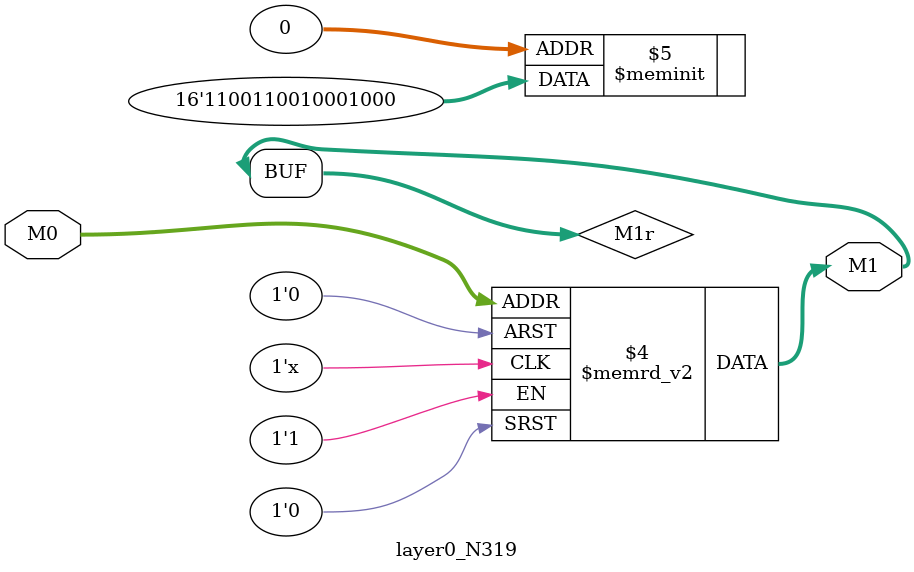
<source format=v>
module layer0_N319 ( input [2:0] M0, output [1:0] M1 );

	(*rom_style = "distributed" *) reg [1:0] M1r;
	assign M1 = M1r;
	always @ (M0) begin
		case (M0)
			3'b000: M1r = 2'b00;
			3'b100: M1r = 2'b00;
			3'b010: M1r = 2'b00;
			3'b110: M1r = 2'b00;
			3'b001: M1r = 2'b10;
			3'b101: M1r = 2'b11;
			3'b011: M1r = 2'b10;
			3'b111: M1r = 2'b11;

		endcase
	end
endmodule

</source>
